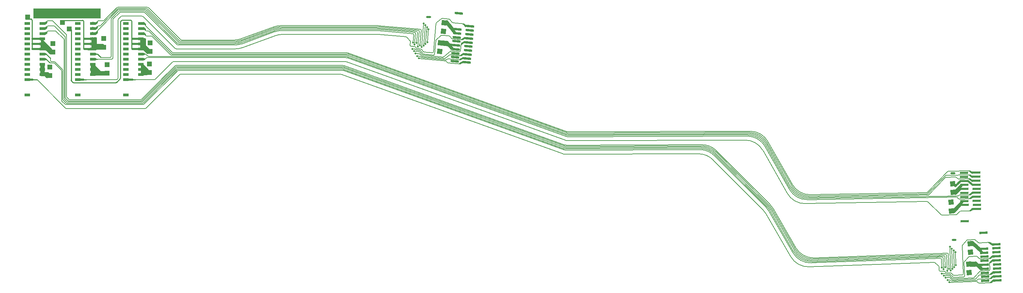
<source format=gbr>
*
G4_C Author: OrCAD GerbTool(tm) 8.1.1 Thu Jun 19 01:00:05 2003*
%LPD*%
%FSLAX34Y34*%
%MOIN*%
%AD*%
%AMD25R98*
20,1,0.025000,0.000000,-0.035000,0.000000,0.035000,98.600000*
%
%AMD10R98*
20,1,0.050000,-0.025000,0.000000,0.025000,0.000000,98.600000*
%
%AMD25R98N2*
20,1,0.025000,0.000000,-0.035000,0.000000,0.035000,98.600000*
%
%AMD10R98N2*
20,1,0.050000,-0.025000,0.000000,0.025000,0.000000,98.600000*
%
%AMD25R86*
20,1,0.025000,0.000000,-0.035000,0.000000,0.035000,86.080000*
%
%AMD10R86*
20,1,0.050000,-0.025000,0.000000,0.025000,0.000000,86.080000*
%
%AMD16R5*
20,1,0.025000,-0.035000,0.000000,0.035000,0.000000,5.450000*
%
%AMD10R5*
20,1,0.050000,-0.025000,0.000000,0.025000,0.000000,5.450000*
%
%AMD16R5N2*
20,1,0.025000,-0.035000,0.000000,0.035000,0.000000,5.450000*
%
%AMD10R5N2*
20,1,0.050000,-0.025000,0.000000,0.025000,0.000000,5.450000*
%
%AMD32R3*
20,1,0.025000,0.034920,-0.002390,-0.034920,0.002390,3.950000*
%
%AMD33R3*
20,1,0.050000,-0.001710,-0.024940,0.001710,0.024940,3.950000*
%
%AMD32R3N2*
20,1,0.025000,0.034920,-0.002390,-0.034920,0.002390,3.910000*
%
%AMD33R3N2*
20,1,0.050000,-0.001710,-0.024940,0.001710,0.024940,3.910000*
%
%AMD32R3N3*
20,1,0.025000,0.034920,-0.002390,-0.034920,0.002390,3.920000*
%
%AMD33R3N3*
20,1,0.050000,-0.001710,-0.024940,0.001710,0.024940,3.920000*
%
%AMD29R85*
20,1,0.022000,0.000000,-0.040000,0.000000,0.040000,85.000000*
%
%AMD54R85*
20,1,0.050000,-0.025000,0.000000,0.025000,0.000000,85.000000*
%
%AMD29R92*
20,1,0.022000,0.000000,-0.040000,0.000000,0.040000,92.400000*
%
%AMD54R92*
20,1,0.050000,-0.025000,0.000000,0.025000,0.000000,92.400000*
%
%AMD29R91*
20,1,0.022000,0.000000,-0.040000,0.000000,0.040000,91.300000*
%
%AMD54R91*
20,1,0.050000,-0.025000,0.000000,0.025000,0.000000,91.300000*
%
%AMD29R85N2*
20,1,0.022000,0.000000,-0.040000,0.000000,0.040000,85.000000*
%
%AMD54R85N2*
20,1,0.050000,-0.025000,0.000000,0.025000,0.000000,85.000000*
%
%AMD29R91N2*
20,1,0.022000,0.000000,-0.040000,0.000000,0.040000,91.000000*
%
%AMD54R91N2*
20,1,0.050000,-0.025000,0.000000,0.025000,0.000000,91.000000*
%
%AMD29R92N2*
20,1,0.022000,0.000000,-0.040000,0.000000,0.040000,92.000000*
%
%AMD54R92N2*
20,1,0.050000,-0.025000,0.000000,0.025000,0.000000,92.000000*
%
%ADD10R,0.050000X0.050000*%
%ADD11C,0.006000*%
%ADD12C,0.019000*%
%ADD13C,0.007900*%
%ADD14C,0.005000*%
%ADD15C,0.000800*%
%ADD16R,0.070000X0.025000*%
%ADD17R,0.068000X0.023000*%
%ADD18C,0.006000*%
%ADD19C,0.009800*%
%ADD20C,0.010000*%
%ADD21C,0.030000*%
%ADD22C,0.060000*%
%ADD23C,0.035000*%
%ADD24C,0.055000*%
%ADD25R,0.025000X0.070000*%
%ADD26C,0.010000*%
%ADD27R,0.029000X0.058000*%
%ADD28R,0.031000X0.060000*%
%ADD29R,0.022000X0.080000*%
%ADD30R,0.024000X0.082000*%
%ADD31D10R98N2*%
%ADD32D25R86*%
%ADD33D10R86*%
%ADD34D16R5*%
%ADD35D10R5*%
%ADD36D16R5N2*%
%ADD37D10R5N2*%
%ADD38D25R98N2*%
%ADD39D10R98N2*%
%ADD40D25R86*%
%ADD41D10R86*%
%ADD42D16R5*%
%ADD43D10R5*%
%ADD44D16R5N2*%
%ADD45D10R5N2*%
%ADD46D32R3*%
%ADD47D33R3*%
%ADD48R,0.070000X0.025000*%
%ADD49D33R3N2*%
%ADD50C,0.011000*%
%ADD51C,0.036000*%
%ADD52C,0.015000*%
%ADD53R,0.070000X0.025000*%
%ADD54R,0.050000X0.050000*%
%ADD55C,0.010000*%
%ADD56C,0.010000*%
%ADD57D29R85*%
%ADD58D54R85*%
%ADD59D29R92*%
%ADD60D54R92*%
%ADD61D29R91*%
%ADD62D54R91*%
%ADD63D29R85N2*%
%ADD64D54R85N2*%
%ADD65D29R91N2*%
%ADD66D54R91N2*%
%ADD67D29R92N2*%
%ADD68D54R92N2*%
%ADD256R,0.058000X0.029000*%
G4_C OrCAD GerbTool Tool List *
G4_D50 1 0.0110 T 0 0*
G4_D51 3 0.0360 T 0 0*
G4_D52 2 0.0150 T 0 0*
G54D20*
G1X11832Y35867D2*
G1X12081Y35866D1*
G1X11831Y35367D2*
G1X12081Y35367D1*
G1X11606Y35367D2*
G54D11*
G1X12219Y35367D1*
G75*
G3X12289Y35395I0J100D1*
G74*
G1X12937Y37596D2*
G75*
G3X12866Y37626I-71J-71D1*
G74*
G1X15361Y34341D2*
G1X13894Y32874D1*
G1X13258Y33396D2*
G75*
G2X13189Y33367I-71J71D1*
G74*
G1X12069Y35867D2*
G1X11606Y35867D1*
G1X12500Y35956D2*
G54D12*
G1X11892Y36564D1*
G1X12498Y36170D2*
G1X11890Y36777D1*
G1X12611Y36250D2*
G1X12003Y36858D1*
G1X11892Y36423D2*
G1X11892Y37283D1*
G1X12082Y36476D2*
G1X12081Y37336D1*
G1X12239Y36476D2*
G1X12239Y37336D1*
G1X11369Y36868D2*
G1X12229Y36868D1*
G1X12815Y36091D2*
G1X12207Y36700D1*
G1X12526Y34292D2*
G1X11918Y34900D1*
G1X12562Y34101D2*
G1X11954Y34709D1*
G1X11954Y33895D2*
G1X11953Y34755D1*
G1X12457Y34018D2*
G1X12107Y34018D1*
G1X12426Y34144D2*
G1X12076Y34144D1*
G1X12414Y34331D2*
G1X12064Y34331D1*
G1X12396Y34414D2*
G1X12046Y34415D1*
G1X6230Y33367D2*
G1X5680Y33367D1*
G1X6527Y33366D2*
G54D20*
G1X6130Y33366D1*
G1X1595Y40063D2*
G54D10*
G1X7669Y40063D1*
G1X7669Y39606D2*
G1X1595Y39606D1*
G1X5253Y33068D2*
G75*
G54D19*
G2X5183Y33097I0J100D1*
G74*
G1X5064Y33216D1*
G75*
G2X5034Y33287I71J71D1*
G74*
G54D54*
G1X4178Y38970D3*
G1X5034Y33287D2*
G54D19*
G1X5034Y38268D1*
G54D54*
G1X4835Y38321D3*
G1X11329Y33368D2*
G54D20*
G1X10932Y33368D1*
G1X11031Y33368D2*
G54D12*
G1X10482Y33368D1*
G1X9542Y33397D2*
G75*
G54D11*
G2X9471Y33368I-71J71D1*
G74*
G1X9600Y33455D2*
G75*
G3X9629Y33525I-71J71D1*
G74*
G1X9629Y39226D1*
G75*
G2X9658Y39297I100J0D1*
G74*
G1X10028Y39176D2*
G75*
G54D19*
G3X9957Y39147I0J-100D1*
G74*
G1X9882Y39071D1*
G1X9853Y39000D2*
G75*
G2X9882Y39071I100J0D1*
G74*
G1X9853Y33508D2*
G1X9853Y39000D1*
G1X9823Y33438D2*
G75*
G3X9853Y33508I-71J71D1*
G74*
G1X9484Y33098D2*
G75*
G2X9413Y33069I-71J71D1*
G74*
G1X7096Y38762D2*
G54D11*
G1X7226Y38867D1*
G1X7097Y38974D1*
G1X7101Y38868D2*
G1X7226Y38867D1*
G1X7095Y38262D2*
G1X7225Y38368D1*
G1X7096Y38474D1*
G1X7100Y38368D2*
G1X7225Y38368D1*
G1X7098Y38973D2*
G1X7222Y38972D1*
G1X7098Y38956D2*
G1X7098Y38801D1*
G1X7229Y38867D2*
G1X7100Y38973D1*
G1X7104Y38867D2*
G1X7229Y38867D1*
G1X7230Y38867D2*
G1X7100Y38760D1*
G1X7082Y38473D2*
G1X7207Y38473D1*
G1X7103Y38368D2*
G1X7228Y38368D1*
G1X7098Y38457D2*
G1X7098Y38303D1*
G1X7098Y38262D2*
G1X7228Y38368D1*
G1X7226Y38368D2*
G1X7097Y38474D1*
G1X7106Y38867D2*
G1X7230Y38867D1*
G1X7098Y37763D2*
G1X7228Y37869D1*
G1X7058Y37974D2*
G1X7183Y37974D1*
G1X7103Y37869D2*
G1X7228Y37869D1*
G1X7098Y37974D1*
G1X7228Y37869D2*
G1X7103Y37869D1*
G1X7030Y35867D2*
G54D20*
G1X7280Y35867D1*
G1X6601Y36868D2*
G54D12*
G1X7461Y36868D1*
G1X7220Y36336D2*
G1X6696Y36336D1*
G1X7111Y36393D2*
G1X7112Y36852D1*
G1X7736Y33970D2*
G1X7062Y33970D1*
G1X7171Y33865D2*
G1X7172Y34324D1*
G1X7279Y36372D2*
G1X7280Y36831D1*
G1X7107Y36948D2*
G1X7108Y37407D1*
G1X7297Y36951D2*
G1X7297Y37410D1*
G1X7108Y37458D2*
G54D20*
G1X7358Y37458D1*
G1X7460Y36952D2*
G54D12*
G1X7459Y37411D1*
G1X7225Y37454D2*
G54D20*
G1X7475Y37454D1*
G1X8458Y33909D2*
G54D12*
G1X7782Y33909D1*
G1X8391Y34096D2*
G1X7716Y34096D1*
G1X7059Y33857D2*
G1X7059Y34316D1*
G1X7855Y34109D2*
G1X7065Y34899D1*
G1X7865Y33875D2*
G1X7075Y34666D1*
G1X7747Y33838D2*
G1X7073Y33838D1*
G1X8355Y33838D2*
G1X7679Y33838D1*
G1X7776Y34094D2*
G1X7100Y34094D1*
G1X7325Y34022D2*
G1X7324Y34481D1*
G1X7155Y34245D2*
G1X7156Y34704D1*
G1X7060Y34310D2*
G1X7060Y34769D1*
G1X6850Y36366D2*
G1X6300Y36366D1*
G1X6847Y36866D2*
G1X6297Y36866D1*
G1X6847Y37368D2*
G1X6297Y37368D1*
G1X1281Y33368D2*
G1X731Y33368D1*
G54D54*
G1X784Y39501D3*
G1X589Y39303D2*
G54D19*
G1X1100Y39303D1*
G75*
G2X1200Y39203I0J-100D1*
G74*
G1X1200Y36366D1*
G1X2081Y35868D2*
G54D20*
G1X2332Y35868D1*
G1X2081Y35368D2*
G1X2331Y35368D1*
G1X2001Y37379D2*
G54D12*
G1X3085Y36294D1*
G1X2162Y36393D2*
G1X2162Y36852D1*
G1X2169Y36741D2*
G1X2168Y37200D1*
G1X2775Y33786D2*
G1X2099Y33787D1*
G1X2787Y33971D2*
G1X2112Y33971D1*
G1X14979Y35988D2*
G75*
G54D11*
G2X14909Y36017I0J100D1*
G74*
G1X14837Y35897D2*
G75*
G3X14907Y35868I71J71D1*
G74*
G1X14826Y35748D2*
G75*
G2X14756Y35777I0J100D1*
G74*
G1X14961Y35099D2*
G1X13258Y33396D1*
G1X15031Y35128D2*
G75*
G3X14961Y35099I0J-100D1*
G74*
G1X15202Y34719D2*
G1X13855Y33373D1*
G1X15272Y34748D2*
G75*
G3X15202Y34719I0J-100D1*
G74*
G1X15260Y34599D2*
G75*
G2X15330Y34628I71J-71D1*
G74*
G1X15387Y34508D2*
G75*
G3X15317Y34479I0J-100D1*
G74*
G1X15379Y34359D2*
G75*
G2X15449Y34388I71J-71D1*
G74*
G1X15454Y34239D2*
G1X14045Y32828D1*
G1X15525Y34268D2*
G75*
G3X15454Y34239I0J-100D1*
G74*
G1X15650Y33859D2*
G75*
G2X15720Y33888I71J-71D1*
G74*
G1X12154Y30938D2*
G1X15364Y34151D1*
G1X12084Y30909D2*
G75*
G3X12154Y30938I0J100D1*
G74*
G1X15379Y34359D2*
G1X12080Y31058D1*
G75*
G2X12010Y31029I-71J71D1*
G74*
G1X12017Y31178D2*
G1X15317Y34479D1*
G1X11947Y31149D2*
G75*
G3X12017Y31178I0J100D1*
G74*
G1X15260Y34599D2*
G1X11960Y31298D1*
G75*
G2X11890Y31269I-71J71D1*
G74*
G1X11902Y31418D2*
G1X15033Y34550D1*
G1X11832Y31389D2*
G75*
G3X11902Y31418I0J100D1*
G74*
G1X9915Y39554D2*
G1X9658Y39297D1*
G1X9985Y39583D2*
G75*
G3X9915Y39554I0J-100D1*
G74*
G1X9763Y39936D2*
G75*
G2X9833Y39965I71J-71D1*
G74*
G1X9691Y40056D2*
G75*
G2X9761Y40085I71J-71D1*
G74*
G1X9627Y40176D2*
G75*
G2X9697Y40205I71J-71D1*
G74*
G1X9570Y40296D2*
G75*
G2X9640Y40325I71J-71D1*
G74*
G1X9513Y40416D2*
G75*
G2X9583Y40445I71J-71D1*
G74*
G1X9513Y40416D2*
G1X8253Y39156D1*
G1X6220Y33367D2*
G1X9471Y33367D1*
G1X9541Y33396D2*
G1X9600Y33455D1*
G1X9471Y33367D2*
G75*
G3X9541Y33396I0J100D1*
G74*
G1X9823Y33438D2*
G54D19*
G1X9483Y33097D1*
G1X9413Y33068D2*
G1X5253Y33068D1*
G1X9483Y33097D2*
G75*
G2X9413Y33068I-71J71D1*
G74*
G1X11832Y31389D2*
G54D11*
G1X4883Y31389D1*
G75*
G2X4813Y31418I0J100D1*
G74*
G1X4784Y31269D2*
G1X11890Y31269D1*
G1X4713Y31298D2*
G75*
G3X4784Y31269I71J71D1*
G74*
G1X11947Y31149D2*
G1X4687Y31149D1*
G75*
G2X4617Y31178I0J100D1*
G74*
G1X4611Y31029D2*
G1X12010Y31029D1*
G1X4541Y31058D2*
G75*
G3X4611Y31029I71J71D1*
G74*
G1X12084Y30909D2*
G1X4512Y30909D1*
G75*
G2X4442Y30938I0J100D1*
G74*
G1X4128Y31252D1*
G75*
G2X4099Y31322I71J71D1*
G74*
G1X4541Y31058D2*
G1X4248Y31351D1*
G75*
G2X4219Y31421I71J71D1*
G74*
G1X4617Y31178D2*
G1X4368Y31427D1*
G75*
G2X4339Y31497I71J71D1*
G74*
G1X4713Y31298D2*
G1X4488Y31525D1*
G75*
G2X4459Y31595I71J71D1*
G74*
G1X4813Y31418D2*
G1X4613Y31618D1*
G75*
G2X4584Y31688I71J71D1*
G74*
G1X4099Y34226D2*
G1X4099Y31322D1*
G1X4070Y34296D2*
G75*
G2X4099Y34226I-71J-71D1*
G74*
G1X4219Y31421D2*
G1X4219Y34276D1*
G75*
G3X4190Y34346I-100J0D1*
G74*
G1X3461Y35076D1*
G1X3390Y35105D2*
G75*
G2X3461Y35076I0J-100D1*
G74*
G1X4339Y31497D2*
G1X4339Y37272D1*
G75*
G3X4310Y37342I-100J0D1*
G74*
G1X4459Y37493D2*
G1X4459Y31595D1*
G1X4430Y37563D2*
G75*
G2X4459Y37493I-71J-71D1*
G74*
G1X4584Y31688D2*
G1X4584Y37725D1*
G75*
G3X4555Y37795I-100J0D1*
G74*
G1X4310Y37342D2*
G1X3558Y38094D1*
G75*
G3X3488Y38123I-71J-71D1*
G74*
G1X3397Y38594D2*
G1X4430Y37563D1*
G1X3327Y38623D2*
G75*
G2X3397Y38594I0J-100D1*
G74*
G1X4555Y37795D2*
G1X3251Y39099D1*
G75*
G3X3181Y39128I-71J-71D1*
G74*
G1X1181Y33367D2*
G54D20*
G1X1678Y33367D1*
G1X11648Y36366D2*
G54D12*
G1X10998Y36366D1*
G1X11646Y36867D2*
G1X10997Y36867D1*
G1X11648Y37366D2*
G1X10999Y37366D1*
G1X13189Y33367D2*
G54D11*
G1X11328Y33367D1*
G1X6251Y36366D2*
G54D19*
G1X6251Y39070D1*
G1X6151Y39170D2*
G1X4150Y39170D1*
G1X6251Y39070D2*
G75*
G3X6151Y39170I-100J0D1*
G74*
G1X4478Y30558D2*
G54D11*
G1X1698Y33339D1*
G1X4548Y30529D2*
G75*
G2X4478Y30558I0J100D1*
G74*
G1X4548Y30529D2*
G1X12279Y30529D1*
G1X12349Y30558D2*
G1X15650Y33859D1*
G1X12279Y30529D2*
G75*
G3X12349Y30558I0J100D1*
G74*
G1X12289Y35395D2*
G1X12371Y35478D1*
G1X12371Y35478D2*
G75*
G2X12442Y35508I71J-70D1*
G74*
G54D256*
G1X11840Y33865D3*
G1X11841Y34366D3*
G1X11839Y34866D3*
G1X11839Y35366D3*
G1X11840Y35865D3*
G1X11840Y36365D3*
G1X11840Y36865D3*
G1X11839Y37366D3*
G1X11839Y37866D3*
G1X11839Y38367D3*
G1X11840Y38867D3*
G1X10371Y38868D3*
G1X10370Y38368D3*
G1X10369Y37867D3*
G1X10369Y37368D3*
G1X10369Y36868D3*
G1X10369Y36367D3*
G1X10370Y35867D3*
G1X10370Y35368D3*
G1X10369Y34867D3*
G1X10370Y34368D3*
G1X10369Y33868D3*
G1X10370Y33368D3*
G1X10368Y31868D3*
G1X12183Y37762D2*
G54D11*
G1X12309Y37763D1*
G1X12123Y37973D2*
G1X12253Y37866D1*
G1X12176Y37823D2*
G1X12302Y37823D1*
G1X12083Y37762D2*
G1X12208Y37762D1*
G1X12179Y37790D2*
G1X12305Y37790D1*
G1X12178Y37821D2*
G1X12308Y37715D1*
G1X12180Y37813D2*
G1X12181Y37921D1*
G1X12128Y37867D2*
G1X12253Y37866D1*
G1X12219Y37867D2*
G75*
G2X12319Y37767I0J-100D1*
G74*
G1X12319Y37712D1*
G1X12253Y37866D2*
G1X12123Y37761D1*
G1X12253Y37866D2*
G1X12129Y37867D1*
G1X12319Y37726D2*
G1X12319Y37670D1*
G1X12342Y37648D2*
G1X12143Y37809D1*
G1X12404Y37626D2*
G75*
G2X12342Y37648I0J101D1*
G74*
G1X12122Y38474D2*
G1X12251Y38367D1*
G1X12121Y38261D1*
G1X12141Y38291D2*
G1X12142Y38445D1*
G1X12179Y38313D2*
G1X12178Y38422D1*
G1X12126Y38368D2*
G1X12251Y38367D1*
G1X12108Y38262D2*
G1X12233Y38263D1*
G1X12182Y38314D2*
G1X12181Y38422D1*
G1X12129Y38368D2*
G1X12254Y38368D1*
G1X12173Y38288D2*
G1X12299Y38288D1*
G1X12125Y38474D2*
G1X12254Y38368D1*
G1X12320Y38268D2*
G1X12320Y38213D1*
G1X12179Y38313D2*
G1X12308Y38208D1*
G1X12144Y38291D2*
G1X12145Y38444D1*
G1X12220Y38367D2*
G75*
G2X12320Y38268I0J-100D1*
G74*
G1X12169Y38323D2*
G1X12294Y38323D1*
G1X12252Y38368D2*
G1X12122Y38261D1*
G1X12321Y38224D2*
G1X12321Y38169D1*
G1X12187Y38341D2*
G1X12317Y38235D1*
G1X12161Y38296D2*
G1X12351Y38142D1*
G75*
G3X12415Y38119I63J79D1*
G74*
G1X12122Y38973D2*
G1X12252Y38867D1*
G1X12122Y38761D1*
G1X12180Y38813D2*
G1X12179Y38921D1*
G1X12128Y38867D2*
G1X12252Y38867D1*
G1X12123Y38762D2*
G1X12248Y38762D1*
G1X12184Y38814D2*
G1X12183Y38922D1*
G1X12162Y38821D2*
G1X12287Y38822D1*
G1X12166Y38783D2*
G1X12290Y38783D1*
G1X12319Y38711D2*
G1X12189Y38817D1*
G1X12221Y38868D2*
G75*
G2X12321Y38768I0J-100D1*
G74*
G1X12194Y38809D2*
G1X12322Y38680D1*
G1X12255Y38868D2*
G1X12125Y38762D1*
G1X12131Y38867D2*
G1X12255Y38868D1*
G1X12256Y38868D2*
G1X12126Y38973D1*
G1X12312Y38752D2*
G1X12182Y38858D1*
G1X12323Y38715D2*
G1X12322Y38660D1*
G1X12297Y38777D2*
G1X12168Y38883D1*
G1X12132Y38867D2*
G1X12256Y38868D1*
G1X14909Y36017D2*
G1X12350Y38575D1*
G1X12321Y38646D2*
G1X12321Y38768D1*
G1X12350Y38575D2*
G75*
G2X12321Y38646I71J71D1*
G74*
G1X12139Y38794D2*
G1X12139Y38917D1*
G1X12323Y38654D2*
G1X12144Y38799D1*
G1X14837Y35897D2*
G1X12645Y38090D1*
G1X12575Y38119D2*
G1X12415Y38119D1*
G1X12645Y38090D2*
G75*
G3X12575Y38119I-71J-71D1*
G74*
G1X14756Y35777D2*
G1X12936Y37597D1*
G1X12866Y37626D2*
G1X12404Y37626D1*
G1X12936Y37597D2*
G75*
G3X12866Y37626I-71J-71D1*
G74*
G1X12036Y37910D2*
G1X12162Y37910D1*
G1X12163Y35368D2*
G54D12*
G1X11813Y35368D1*
G1X12188Y35859D2*
G1X11838Y35859D1*
G1X10950Y36367D2*
G54D19*
G1X10950Y39076D1*
G1X10850Y39176D2*
G1X10028Y39176D1*
G1X10950Y39076D2*
G75*
G3X10850Y39176I-100J0D1*
G74*
G1X12291Y35855D2*
G54D11*
G1X12166Y35855D1*
G1X12361Y35826D2*
G75*
G3X12291Y35855I-70J-71D1*
G74*
G1X12533Y35657D2*
G1X12361Y35826D1*
G1X12603Y35628D2*
G75*
G2X12533Y35657I0J100D1*
G74*
G1X11686Y33893D2*
G54D12*
G1X12446Y33893D1*
G1X11595Y36339D2*
G1X12365Y36339D1*
G1X12238Y37337D2*
G1X11722Y37337D1*
G54D54*
G1X12678Y34047D3*
G1X12677Y34887D3*
G1X12755Y36111D3*
G1X12754Y36951D3*
G54D256*
G1X7151Y33866D3*
G1X7152Y34367D3*
G1X7150Y34867D3*
G1X7150Y35367D3*
G1X7151Y35866D3*
G1X7151Y36366D3*
G1X7151Y36866D3*
G1X7150Y37367D3*
G1X5682Y38868D3*
G1X5681Y38368D3*
G1X5680Y37867D3*
G1X5680Y37368D3*
G1X5680Y36868D3*
G1X5680Y36367D3*
G1X5681Y35867D3*
G1X5681Y35368D3*
G1X5680Y34867D3*
G1X5681Y34368D3*
G1X5680Y33868D3*
G1X5681Y33368D3*
G1X5679Y31868D3*
G1X7436Y38945D2*
G54D11*
G1X7435Y38791D1*
G1X7472Y38921D2*
G1X7473Y38814D1*
G1X7434Y38445D2*
G1X7434Y38290D1*
G1X7471Y38422D2*
G1X7471Y38314D1*
G1X7648Y39104D2*
G1X7470Y38958D1*
G1X7711Y39127D2*
G75*
G3X7648Y39104I0J-101D1*
G74*
G1X7476Y38921D2*
G1X7477Y38813D1*
G1X7455Y38913D2*
G1X7580Y38913D1*
G1X7458Y38952D2*
G1X7583Y38952D1*
G1X7613Y39024D2*
G1X7483Y38918D1*
G1X7615Y38967D2*
G1X7614Y39026D1*
G1X7514Y38867D2*
G75*
G3X7615Y38967I0J100D1*
G74*
G1X7487Y38925D2*
G1X7616Y39055D1*
G1X7440Y38944D2*
G1X7439Y38790D1*
G1X7605Y38983D2*
G1X7475Y38877D1*
G1X7615Y39019D2*
G1X7615Y39075D1*
G1X7590Y38958D2*
G1X7460Y38851D1*
G1X7475Y38421D2*
G1X7474Y38314D1*
G1X7467Y38448D2*
G1X7591Y38447D1*
G1X7614Y38468D2*
G1X7613Y38523D1*
G1X7471Y38422D2*
G1X7602Y38527D1*
G1X7437Y38445D2*
G1X7437Y38291D1*
G1X7513Y38368D2*
G75*
G3X7614Y38468I0J100D1*
G74*
G1X7462Y38413D2*
G1X7587Y38413D1*
G1X7615Y38512D2*
G1X7614Y38566D1*
G1X7480Y38395D2*
G1X7610Y38501D1*
G1X7477Y37973D2*
G1X7602Y37973D1*
G1X7437Y37946D2*
G1X7438Y37791D1*
G1X7470Y37913D2*
G1X7596Y37913D1*
G1X7473Y37946D2*
G1X7598Y37946D1*
G1X7472Y37915D2*
G1X7602Y38021D1*
G1X7475Y37923D2*
G1X7474Y37815D1*
G1X7513Y37869D2*
G75*
G3X7614Y37969I0J100D1*
G74*
G1X7613Y38024D1*
G1X7454Y38440D2*
G1X7644Y38593D1*
G75*
G2X7708Y38617I64J-78D1*
G74*
G54D256*
G1X7150Y38367D3*
G1X7150Y38867D3*
G1X7150Y37866D3*
G1X7711Y39127D2*
G54D11*
G1X8181Y39127D1*
G1X8252Y39156D2*
G1X9433Y40336D1*
G1X8181Y39127D2*
G75*
G3X8252Y39156I0J100D1*
G74*
G1X9570Y40296D2*
G1X7921Y38646D1*
G1X7850Y38617D2*
G1X7708Y38617D1*
G1X7921Y38646D2*
G75*
G2X7850Y38617I-71J71D1*
G74*
G1X7613Y38010D2*
G1X7613Y38120D1*
G1X7642Y38190D2*
G1X9627Y40176D1*
G1X7613Y38120D2*
G75*
G2X7642Y38190I100J0D1*
G74*
G1X7604Y38112D2*
G1X7406Y37951D1*
G1X7591Y38056D2*
G1X7393Y37895D1*
G1X7445Y37784D2*
G1X7575Y37890D1*
G1X7413Y37756D2*
G1X7543Y37862D1*
G1X7450Y38287D2*
G1X7580Y38393D1*
G1X7410Y38254D2*
G1X7540Y38360D1*
G1X7445Y38782D2*
G1X7575Y38888D1*
G1X7416Y38757D2*
G1X7546Y38863D1*
G1X7600Y35367D2*
G54D20*
G1X7030Y35367D1*
G1X7130Y35367D2*
G54D12*
G1X7450Y35367D1*
G1X7460Y36850D2*
G1X7460Y37309D1*
G1X7460Y36808D2*
G1X7460Y36318D1*
G1X7600Y35866D2*
G54D20*
G1X7079Y35866D1*
G1X7155Y35866D2*
G54D12*
G1X7450Y35866D1*
G1X7906Y35561D2*
G54D20*
G1X7602Y35866D1*
G1X7977Y35532D2*
G75*
G54D11*
G2X7906Y35561I0J100D1*
G74*
G1X8847Y35532D2*
G1X7977Y35532D1*
G1X8947Y35632D2*
G75*
G2X8847Y35532I-100J0D1*
G74*
G1X7507Y35366D2*
G1X8997Y35366D1*
G75*
G3X9097Y35466I0J100D1*
G74*
G1X9097Y39229D1*
G1X9126Y39300D2*
G1X9763Y39936D1*
G1X9097Y39229D2*
G75*
G2X9126Y39300I100J0D1*
G74*
G1X8947Y35632D2*
G1X8947Y39271D1*
G1X8976Y39342D2*
G1X9691Y40056D1*
G1X8947Y39271D2*
G75*
G2X8976Y39342I100J0D1*
G74*
G54D54*
G1X8547Y33993D3*
G1X8546Y34833D3*
G1X8125Y36376D2*
G54D12*
G1X7555Y36376D1*
G1X8140Y36559D2*
G1X7570Y36559D1*
G1X8147Y36739D2*
G1X7577Y36739D1*
G54D54*
G1X8216Y36535D3*
G1X8215Y37375D3*
G54D256*
G1X2222Y33864D3*
G1X2223Y34365D3*
G1X2221Y34865D3*
G1X2221Y35365D3*
G1X2222Y35864D3*
G1X2222Y36364D3*
G1X2222Y36864D3*
G1X2221Y37365D3*
G1X752Y38867D3*
G1X751Y38367D3*
G1X750Y37866D3*
G1X750Y37367D3*
G1X750Y36867D3*
G1X750Y36366D3*
G1X751Y35866D3*
G1X751Y35367D3*
G1X750Y34866D3*
G1X751Y34367D3*
G1X750Y33867D3*
G1X751Y33367D3*
G1X750Y31866D3*
G1X2487Y38763D2*
G54D11*
G1X2617Y38869D1*
G1X2488Y38975D1*
G1X2507Y38946D2*
G1X2507Y38792D1*
G1X2545Y38922D2*
G1X2544Y38815D1*
G1X2492Y38869D2*
G1X2617Y38869D1*
G1X2486Y38263D2*
G1X2617Y38369D1*
G1X2486Y38474D1*
G1X2506Y38446D2*
G1X2507Y38291D1*
G1X2544Y38423D2*
G1X2543Y38315D1*
G1X2491Y38369D2*
G1X2617Y38369D1*
G1X2488Y38974D2*
G1X2613Y38974D1*
G1X2489Y38957D2*
G1X2490Y38802D1*
G1X2549Y38922D2*
G1X2548Y38813D1*
G1X2527Y38914D2*
G1X2652Y38914D1*
G1X2530Y38953D2*
G1X2656Y38953D1*
G1X2684Y39025D2*
G1X2555Y38919D1*
G1X2687Y38968D2*
G1X2687Y39027D1*
G1X2586Y38868D2*
G75*
G3X2687Y38968I0J100D1*
G74*
G1X2559Y38926D2*
G1X2688Y39056D1*
G1X2620Y38868D2*
G1X2490Y38974D1*
G1X2495Y38868D2*
G1X2620Y38868D1*
G1X2621Y38868D2*
G1X2491Y38761D1*
G1X2511Y38945D2*
G1X2511Y38791D1*
G1X2678Y38984D2*
G1X2548Y38878D1*
G1X2687Y39020D2*
G1X2687Y39076D1*
G1X2662Y38959D2*
G1X2532Y38852D1*
G1X2473Y38474D2*
G1X2598Y38474D1*
G1X2547Y38422D2*
G1X2546Y38315D1*
G1X2494Y38369D2*
G1X2619Y38369D1*
G1X2538Y38449D2*
G1X2663Y38448D1*
G1X2489Y38458D2*
G1X2490Y38304D1*
G1X2489Y38263D2*
G1X2619Y38369D1*
G1X2685Y38469D2*
G1X2685Y38524D1*
G1X2544Y38423D2*
G1X2674Y38528D1*
G1X2509Y38446D2*
G1X2510Y38292D1*
G1X2585Y38369D2*
G75*
G3X2685Y38469I0J100D1*
G74*
G1X2534Y38414D2*
G1X2660Y38414D1*
G1X2618Y38369D2*
G1X2487Y38474D1*
G1X2686Y38513D2*
G1X2686Y38568D1*
G1X2553Y38396D2*
G1X2683Y38502D1*
G1X2526Y38441D2*
G1X2656Y38547D1*
G1X2496Y38868D2*
G1X2621Y38868D1*
G1X2549Y37974D2*
G1X2675Y37974D1*
G1X2490Y37764D2*
G1X2620Y37870D1*
G1X2509Y37947D2*
G1X2510Y37792D1*
G1X2542Y37914D2*
G1X2668Y37914D1*
G1X2449Y37975D2*
G1X2574Y37975D1*
G1X2545Y37947D2*
G1X2671Y37947D1*
G1X2544Y37916D2*
G1X2674Y38022D1*
G1X2547Y37924D2*
G1X2546Y37816D1*
G1X2494Y37870D2*
G1X2620Y37870D1*
G1X2586Y37870D2*
G75*
G3X2685Y37970I0J100D1*
G74*
G1X2685Y38025D1*
G1X2620Y37870D2*
G1X2489Y37975D1*
G1X2620Y37870D2*
G1X2494Y37870D1*
G1X2684Y38011D2*
G1X2684Y38066D1*
G54D256*
G1X2221Y37865D3*
G1X2221Y38366D3*
G1X2221Y38866D3*
G1X2509Y37928D2*
G54D11*
G1X2720Y38101D1*
G1X2784Y38123D2*
G1X3488Y38123D1*
G1X2720Y38101D2*
G75*
G2X2784Y38123I63J-78D1*
G74*
G1X2585Y38488D2*
G1X2725Y38601D1*
G1X2788Y38623D2*
G1X3327Y38623D1*
G1X2725Y38601D2*
G75*
G2X2788Y38623I63J-78D1*
G74*
G1X2541Y38959D2*
G1X2720Y39106D1*
G1X2784Y39128D2*
G1X3181Y39128D1*
G1X2720Y39106D2*
G75*
G2X2784Y39128I63J-78D1*
G74*
G1X2050Y36867D2*
G54D12*
G1X1246Y36867D1*
G1X2050Y36366D2*
G1X1246Y36366D1*
G1X2050Y37367D2*
G1X1246Y37367D1*
G1X2801Y36314D2*
G1X2126Y36314D1*
G1X2842Y36499D2*
G1X2167Y36499D1*
G1X4070Y34296D2*
G54D11*
G1X3413Y34953D1*
G75*
G3X3343Y34982I-71J-71D1*
G74*
G1X2181Y35368D2*
G54D12*
G1X2561Y35368D1*
G1X2561Y35868D2*
G1X2181Y35868D1*
G1X2588Y35868D2*
G54D19*
G1X3012Y35444D1*
G1X3343Y34982D2*
G54D11*
G1X3007Y34982D1*
G1X2937Y35011D2*
G54D19*
G1X2581Y35367D1*
G1X3007Y34982D2*
G75*
G54D11*
G2X2937Y35011I0J100D1*
G74*
G1X3390Y35105D2*
G1X3126Y35105D1*
G1X3026Y35205D2*
G1X3026Y35442D1*
G1X3126Y35105D2*
G75*
G2X3026Y35205I0J100D1*
G74*
G54D54*
G1X2934Y33758D3*
G1X2933Y34598D3*
G1X3253Y36062D3*
G1X3252Y36902D3*
G1X2997Y36314D2*
G54D12*
G1X2322Y36314D1*
G1X2721Y36645D2*
G1X2171Y36645D1*
G1X2525Y36384D2*
G1X3003Y35907D1*
G1X2592Y36530D2*
G1X3069Y36053D1*
G1X2111Y33829D2*
G1X2111Y34828D1*
G1X2221Y33866D2*
G1X2221Y34828D1*
G1X2338Y33789D2*
G1X2338Y34828D1*
G1X2207Y34080D2*
G1X2684Y33603D1*
G1X15839Y37228D2*
G75*
G54D11*
G2X15698Y37287I0J200D1*
G74*
G1X15741Y37108D2*
G75*
G2X15600Y37167I0J200D1*
G74*
G1X15505Y37047D2*
G75*
G3X15646Y36988I142J142D1*
G74*
G1X15570Y36868D2*
G75*
G2X15429Y36927I0J200D1*
G74*
G1X15330Y36807D2*
G75*
G3X15471Y36748I142J142D1*
G74*
G1X15306Y36368D2*
G75*
G2X15165Y36427I0J200D1*
G74*
G1X9583Y40445D2*
G1X12465Y40445D1*
G1X12607Y40386D2*
G1X15698Y37287D1*
G1X12465Y40445D2*
G75*
G2X12607Y40386I0J-200D1*
G74*
G1X15600Y37167D2*
G1X12508Y40266D1*
G1X12366Y40325D2*
G1X9640Y40325D1*
G1X12508Y40266D2*
G75*
G3X12366Y40325I-142J-141D1*
G74*
G1X9697Y40205D2*
G1X12264Y40205D1*
G1X12406Y40146D2*
G1X15505Y37047D1*
G1X12264Y40205D2*
G75*
G2X12406Y40146I0J-200D1*
G74*
G1X15429Y36927D2*
G1X12330Y40026D1*
G1X12188Y40085D2*
G1X9761Y40085D1*
G1X12330Y40026D2*
G75*
G3X12188Y40085I-142J-142D1*
G74*
G1X15330Y36807D2*
G1X12231Y39906D1*
G1X12089Y39965D2*
G1X9833Y39965D1*
G1X12231Y39906D2*
G75*
G3X12089Y39965I-142J-142D1*
G74*
G1X9985Y39583D2*
G1X11928Y39583D1*
G1X12069Y39524D2*
G1X15165Y36427D1*
G1X11928Y39583D2*
G75*
G2X12069Y39524I0J-200D1*
G74*
G1X72628Y20612D2*
G75*
G2X72945Y20197I-1413J-1409D1*
G74*
G1X72932Y20845D2*
G75*
G2X73250Y20430I-1413J-1409D1*
G74*
G1X73346Y20504D2*
G75*
G3X73028Y20919I-1720J-988D1*
G74*
G1X73125Y20991D2*
G75*
G2X73442Y20577I-1413J-1409D1*
G74*
G1X73538Y20650D2*
G75*
G3X73221Y21065I-1720J-988D1*
G74*
G1X73317Y21139D2*
G75*
G2X73634Y20724I-1413J-1409D1*
G74*
G1X73129Y27284D2*
G75*
G3X71381Y28299I-1748J-988D1*
G74*
G1X71311Y28179D2*
G75*
G2X73059Y27164I6J-1996D1*
G74*
G1X72989Y27044D2*
G75*
G3X71242Y28059I-1748J-988D1*
G74*
G1X71172Y27939D2*
G75*
G2X72919Y26924I6J-1996D1*
G74*
G1X72850Y26803D2*
G75*
G3X71102Y27818I-1748J-988D1*
G74*
G1X70882Y27436D2*
G75*
G2X72630Y26420I6J-1996D1*
G74*
G1X73317Y21139D2*
G1X68081Y26393D1*
G1X68081Y26393D2*
G75*
G3X66658Y26981I-1424J-1420D1*
G74*
G1X68032Y26273D2*
G1X73221Y21065D1*
G1X66608Y26861D2*
G75*
G2X68032Y26273I6J-2006D1*
G74*
G1X73125Y20991D2*
G1X67982Y26152D1*
G1X67982Y26152D2*
G75*
G3X66558Y26741I-1424J-1420D1*
G74*
G1X67932Y26032D2*
G1X73028Y20919D1*
G1X66509Y26620D2*
G75*
G2X67932Y26032I6J-2006D1*
G74*
G1X72932Y20845D2*
G1X67883Y25912D1*
G1X67883Y25912D2*
G75*
G3X66459Y26500I-1424J-1420D1*
G74*
G1X67757Y25500D2*
G1X72628Y20612D1*
G1X66333Y26088D2*
G75*
G2X67757Y25500I6J-2006D1*
G74*
G1X71381Y28299D2*
G1X53654Y28238D1*
G1X53654Y28238D2*
G75*
G2X53483Y28267I-2J499D1*
G74*
G1X53634Y28118D2*
G1X71311Y28179D1*
G1X53463Y28147D2*
G75*
G3X53634Y28118I171J475D1*
G74*
G1X71242Y28059D2*
G1X53614Y27998D1*
G1X53614Y27998D2*
G75*
G2X53443Y28027I-2J499D1*
G74*
G1X53592Y27877D2*
G1X71172Y27939D1*
G1X53421Y27907D2*
G75*
G3X53592Y27877I171J475D1*
G74*
G1X71102Y27818D2*
G1X53571Y27757D1*
G1X53571Y27757D2*
G75*
G2X53400Y27787I-2J499D1*
G74*
G1X53505Y27375D2*
G1X70882Y27436D1*
G1X53334Y27405D2*
G75*
G3X53505Y27375I171J475D1*
G74*
G1X66658Y26981D2*
G1X53429Y26935D1*
G1X53429Y26935D2*
G75*
G2X53258Y26965I-2J499D1*
G74*
G1X53408Y26815D2*
G1X66608Y26861D1*
G1X53237Y26844D2*
G75*
G3X53408Y26815I171J475D1*
G74*
G1X66558Y26741D2*
G1X53388Y26695D1*
G1X53388Y26695D2*
G75*
G2X53217Y26724I-2J499D1*
G74*
G1X53367Y26575D2*
G1X66509Y26620D1*
G1X53196Y26604D2*
G75*
G3X53367Y26575I171J475D1*
G74*
G1X66459Y26500D2*
G1X53347Y26455D1*
G1X53347Y26455D2*
G75*
G2X53176Y26484I-2J499D1*
G74*
G1X53276Y26042D2*
G1X66333Y26088D1*
G1X53105Y26072D2*
G75*
G3X53276Y26042I171J475D1*
G74*
G1X15720Y33888D2*
G1X31306Y33888D1*
G1X31475Y33859D2*
G1X53105Y26072D1*
G1X31306Y33888D2*
G75*
G2X31475Y33859I0J-498D1*
G74*
G1X53176Y26484D2*
G1X31636Y34239D1*
G1X31467Y34268D2*
G1X15525Y34268D1*
G1X31636Y34239D2*
G75*
G3X31467Y34268I-169J-470D1*
G74*
G1X15449Y34388D2*
G1X31488Y34388D1*
G1X31657Y34359D2*
G1X53196Y26604D1*
G1X31488Y34388D2*
G75*
G2X31657Y34359I0J-498D1*
G74*
G1X53217Y26724D2*
G1X31678Y34479D1*
G1X31508Y34508D2*
G1X15387Y34508D1*
G1X31678Y34479D2*
G75*
G3X31508Y34508I-169J-470D1*
G74*
G1X15330Y34628D2*
G1X31530Y34628D1*
G1X31699Y34599D2*
G1X53237Y26844D1*
G1X31530Y34628D2*
G75*
G2X31699Y34599I0J-498D1*
G74*
G1X53258Y26965D2*
G1X31720Y34719D1*
G1X31550Y34748D2*
G1X15272Y34748D1*
G1X31720Y34719D2*
G75*
G3X31550Y34748I-169J-470D1*
G74*
G1X15031Y35128D2*
G1X31794Y35128D1*
G1X31963Y35099D2*
G1X53334Y27405D1*
G1X31794Y35128D2*
G75*
G2X31963Y35099I0J-498D1*
G74*
G1X53400Y27787D2*
G1X32036Y35479D1*
G1X31866Y35508D2*
G1X12442Y35508D1*
G1X32036Y35479D2*
G75*
G3X31866Y35508I-169J-470D1*
G74*
G1X12603Y35628D2*
G1X31887Y35628D1*
G1X32057Y35599D2*
G1X53421Y27907D1*
G1X31887Y35628D2*
G75*
G2X32057Y35599I0J-498D1*
G74*
G1X53443Y28027D2*
G1X32077Y35719D1*
G1X31908Y35748D2*
G1X14826Y35748D1*
G1X32077Y35719D2*
G75*
G3X31908Y35748I-169J-470D1*
G74*
G1X14907Y35868D2*
G1X31929Y35868D1*
G1X32099Y35839D2*
G1X53463Y28147D1*
G1X31929Y35868D2*
G75*
G2X32099Y35839I0J-498D1*
G74*
G1X53483Y28267D2*
G1X32120Y35959D1*
G1X31950Y35988D2*
G1X14979Y35988D1*
G1X32120Y35959D2*
G75*
G3X31950Y35988I-169J-470D1*
G74*
G1X24996Y37665D2*
G75*
G2X25680Y37785I684J-1880D1*
G74*
G1X25613Y38165D2*
G75*
G3X24929Y38045I0J-2012D1*
G74*
G1X24908Y38165D2*
G75*
G2X25592Y38285I684J-1880D1*
G74*
G1X25571Y38405D2*
G75*
G3X24887Y38285I0J-2012D1*
G74*
G1X24866Y38405D2*
G75*
G2X25550Y38525I684J-1880D1*
G74*
G1X25529Y38645D2*
G75*
G3X24845Y38525I0J-2012D1*
G74*
G1X15839Y37228D2*
G1X20931Y37228D1*
G1X21615Y37349D2*
G1X24845Y38525D1*
G1X20931Y37228D2*
G75*
G3X21615Y37349I0J2012D1*
G74*
G1X24866Y38405D2*
G1X21636Y37229D1*
G1X20952Y37108D2*
G1X15741Y37108D1*
G1X21636Y37229D2*
G75*
G2X20952Y37108I-684J1880D1*
G74*
G1X15646Y36988D2*
G1X20973Y36988D1*
G1X21657Y37109D2*
G1X24887Y38285D1*
G1X20973Y36988D2*
G75*
G3X21657Y37109I0J2012D1*
G74*
G1X24908Y38165D2*
G1X21678Y36989D1*
G1X20994Y36868D2*
G1X15570Y36868D1*
G1X21678Y36989D2*
G75*
G2X20994Y36868I-684J1880D1*
G74*
G1X15471Y36748D2*
G1X21015Y36748D1*
G1X21699Y36869D2*
G1X24929Y38045D1*
G1X21015Y36748D2*
G75*
G3X21699Y36869I0J2012D1*
G74*
G1X24996Y37665D2*
G1X21766Y36489D1*
G1X21082Y36368D2*
G1X15306Y36368D1*
G1X21766Y36489D2*
G75*
G2X21082Y36368I-684J1880D1*
G74*
G1X38505Y37758D2*
G75*
G3X38414Y37866I-100J9D1*
G74*
G54D12*
G1X38929Y36576D3*
G1X39007Y35493D2*
G54D11*
G1X39003Y35441D1*
G1X37844Y37504D2*
G75*
G3X37776Y37539I-77J-65D1*
G74*
G1X38166Y37120D2*
G1X37844Y37504D1*
G1X38189Y37047D2*
G75*
G3X38166Y37120I-100J9D1*
G74*
G54D12*
G1X39003Y35440D3*
G1X42313Y38385D2*
G1X42043Y38707D1*
G1X42098Y38647D2*
G1X41828Y38969D1*
G1X42008Y38758D2*
G1X41738Y39080D1*
G1X42014Y38498D2*
G1X41744Y38820D1*
G1X42256Y38211D2*
G1X41986Y38533D1*
G1X42530Y37982D2*
G1X42260Y38304D1*
G1X42460Y37968D2*
G1X42190Y38290D1*
G1X42306Y36431D2*
G1X42036Y36752D1*
G1X42222Y36419D2*
G1X41952Y36741D1*
G1X42236Y36424D2*
G1X41966Y36745D1*
G1X42036Y36649D2*
G1X41766Y36971D1*
G1X41863Y35001D2*
G75*
G54D11*
G2X41795Y35036I9J100D1*
G74*
G1X42038Y35780D2*
G75*
G3X41965Y35757I-9J-100D1*
G74*
G1X42101Y36138D2*
G75*
G2X42175Y36161I65J-77D1*
G74*
G1X42273Y37342D2*
G1X42982Y37280D1*
G1X42205Y37377D2*
G75*
G3X42273Y37342I77J65D1*
G74*
G1X42175Y36161D2*
G1X42969Y36092D1*
G75*
G3X43077Y36182I9J100D1*
G74*
G1X42351Y38916D2*
G75*
G2X42282Y38952I9J100D1*
G74*
G1X41282Y37700D2*
G1X41946Y37642D1*
G1X42014Y37606D2*
G1X42205Y37377D1*
G1X41946Y37642D2*
G75*
G2X42014Y37606I-9J-99D1*
G74*
G1X42282Y38952D2*
G1X42029Y39254D1*
G75*
G3X41962Y39290I-77J-65D1*
G74*
G1X40438Y35769D2*
G75*
G3X40546Y35860I9J100D1*
G74*
G1X41194Y37678D2*
G75*
G2X41268Y37701I65J-76D1*
G74*
G1X40546Y35860D2*
G1X40663Y37191D1*
G1X40698Y37258D2*
G1X41194Y37678D1*
G1X40663Y37191D2*
G75*
G2X40698Y37258I100J-9D1*
G74*
G1X41712Y37045D2*
G54D12*
G1X41294Y37081D1*
G1X42063Y36720D2*
G1X41793Y37042D1*
G1X41579Y36963D2*
G1X41161Y37000D1*
G1X42396Y36739D2*
G1X41978Y36776D1*
G1X39479Y38867D2*
G54D11*
G1X39436Y38369D1*
G1X39798Y38488D2*
G1X39754Y37990D1*
G1X39450Y38519D2*
G1X39277Y36544D1*
G1X39799Y38489D2*
G1X39656Y36862D1*
G54D12*
G1X39845Y37022D3*
G1X39655Y36863D3*
G1X39466Y36704D3*
G1X39276Y36545D3*
G1X39480Y38867D3*
G1X39639Y38678D3*
G1X39799Y38488D3*
G1X39958Y38298D3*
G1X39957Y38298D2*
G54D11*
G1X39845Y37022D1*
G1X38690Y37862D2*
G75*
G3X38599Y37971I-100J9D1*
G74*
G1X38876Y37966D2*
G75*
G3X38785Y38075I-100J9D1*
G74*
G1X39059Y38072D2*
G75*
G3X38969Y38180I-100J9D1*
G74*
G1X39244Y38175D2*
G75*
G3X39153Y38283I-100J9D1*
G74*
G1X39639Y38678D2*
G1X39467Y36703D1*
G54D12*
G1X38595Y36781D3*
G1X38595Y36781D2*
G54D11*
G1X38690Y37862D1*
G1X38672Y36552D2*
G75*
G3X38604Y36587I-77J-65D1*
G74*
G1X38252Y36618D1*
G1X38161Y36726D2*
G1X38189Y37047D1*
G1X38252Y36618D2*
G75*
G2X38161Y36726I9J100D1*
G74*
G54D12*
G1X38436Y36972D3*
G1X38436Y36972D2*
G54D11*
G1X38505Y37758D1*
G1X38929Y36576D2*
G1X39059Y38072D1*
G1X39117Y36736D2*
G1X39243Y38175D1*
G54D12*
G1X39117Y36736D3*
G1X38875Y37967D2*
G54D11*
G1X38785Y36941D1*
G54D12*
G1X38785Y36941D3*
G1X39524Y36057D2*
G75*
G54D11*
G2X39455Y36092I9J100D1*
G74*
G1X40438Y35769D2*
G1X39484Y35852D1*
G75*
G2X39415Y35887I9J100D1*
G74*
G1X39455Y36092D2*
G1X39273Y36311D1*
G75*
G3X39205Y36346I-77J-65D1*
G74*
G54D12*
G1X38694Y35930D3*
G1X39205Y36346D2*
G54D11*
G1X38858Y36376D1*
G1X38790Y36412D2*
G1X38672Y36552D1*
G1X38858Y36376D2*
G75*
G2X38790Y36412I9J100D1*
G74*
G54D12*
G1X38537Y36139D3*
G1X39418Y35739D2*
G75*
G54D11*
G2X39350Y35774I9J100D1*
G74*
G1X39110Y36060D1*
G75*
G3X39043Y36095I-77J-65D1*
G74*
G1X39278Y35509D2*
G75*
G2X39209Y35545I9J100D1*
G74*
G1X39043Y36095D2*
G1X38537Y36139D1*
G1X39415Y35887D2*
G1X39165Y36186D1*
G75*
G3X39097Y36222I-77J-65D1*
G74*
G1X38844Y35636D2*
G1X38846Y35659D1*
G54D12*
G1X38846Y35659D3*
G1X39209Y35545D2*
G54D11*
G1X39164Y35601D1*
G1X39094Y35638D2*
G1X38855Y35658D1*
G1X39164Y35601D2*
G75*
G3X39094Y35638I-78J-64D1*
G74*
G54D12*
G1X38381Y36369D3*
G1X39097Y36222D2*
G54D11*
G1X38804Y36248D1*
G75*
G2X38735Y36284I9J100D1*
G74*
G1X38383Y36370D2*
G1X38645Y36347D1*
G1X38714Y36311D2*
G1X38735Y36284D1*
G1X38645Y36347D2*
G75*
G2X38714Y36311I-9J-101D1*
G74*
G1X39357Y35623D2*
G75*
G2X39289Y35658I9J100D1*
G74*
G1X39116Y35864D1*
G1X39048Y35900D2*
G1X38694Y35930D1*
G1X39116Y35864D2*
G75*
G3X39048Y35900I-77J-65D1*
G74*
G1X39418Y35739D2*
G1X41378Y35567D1*
G1X41450Y35590D2*
G1X42101Y36138D1*
G1X41378Y35567D2*
G75*
G3X41450Y35590I9J100D1*
G74*
G1X41965Y35757D2*
G1X41606Y35455D1*
G1X41534Y35432D2*
G1X39357Y35623D1*
G1X41606Y35455D2*
G75*
G2X41534Y35432I-65J77D1*
G74*
G1X41795Y35036D2*
G1X41703Y35147D1*
G1X41634Y35182D2*
G1X39000Y35413D1*
G1X41703Y35147D2*
G75*
G3X41634Y35182I-77J-65D1*
G74*
G1X41884Y35399D2*
G75*
G3X41813Y35378I-9J-101D1*
G74*
G1X41744Y35321D1*
G1X41672Y35300D2*
G1X39278Y35509D1*
G1X41744Y35321D2*
G75*
G2X41672Y35300I-64J78D1*
G74*
G1X40336Y35986D2*
G1X39524Y36057D1*
G1X40445Y36076D2*
G75*
G2X40336Y35986I-100J9D1*
G74*
G1X40445Y36076D2*
G1X40687Y38846D1*
G75*
G2X40722Y38913I100J-9D1*
G74*
G54D63*
G1X43694Y35043D3*
G1X43729Y35437D3*
G1X43763Y35828D3*
G1X43797Y36220D3*
G1X43831Y36612D3*
G1X43866Y37004D3*
G1X43900Y37396D3*
G1X43934Y37789D3*
G1X43969Y38181D3*
G1X44003Y38573D3*
G1X42498Y35148D3*
G1X42532Y35541D3*
G1X42566Y35932D3*
G1X42601Y36325D3*
G1X42635Y36717D3*
G1X42669Y37109D3*
G1X42704Y37501D3*
G1X42738Y37894D3*
G1X42772Y38286D3*
G1X42909Y39853D3*
G1X43562Y38697D2*
G54D11*
G1X43438Y38708D1*
G1X43418Y38740D2*
G1X43539Y38624D1*
G1X43431Y38714D2*
G1X43551Y38597D1*
G1X43408Y38725D2*
G1X43413Y38785D1*
G1X43531Y38673D2*
G1X43415Y38813D1*
G1X43458Y38795D2*
G1X43500Y38754D1*
G1X43396Y38823D2*
G75*
G2X43458Y38795I-9J-101D1*
G74*
G1X43460Y38794D2*
G1X43552Y38705D1*
G1X43398Y38823D2*
G75*
G2X43460Y38794I-9J-100D1*
G74*
G1X43363Y38825D2*
G1X43484Y38708D1*
G1X43354Y38821D2*
G1X43475Y38710D1*
G1X43632Y38686D2*
G1X43508Y38697D1*
G1X43476Y38645D2*
G1X43596Y38528D1*
G1X43573Y38578D2*
G1X43579Y38652D1*
G1X43401Y38717D2*
G1X43521Y38600D1*
G1X43290Y38825D2*
G1X43410Y38708D1*
G1X43443Y37350D2*
G1X43319Y37361D1*
G1X43294Y37332D2*
G1X43433Y37426D1*
G1X43311Y37356D2*
G1X43450Y37450D1*
G1X43286Y37349D2*
G1X43281Y37289D1*
G1X43417Y37378D2*
G1X43278Y37261D1*
G1X43324Y37271D2*
G1X43372Y37304D1*
G1X43258Y37255D2*
G75*
G3X43324Y37271I9J101D1*
G74*
G1X43326Y37272D2*
G1X43432Y37344D1*
G1X43260Y37255D2*
G75*
G3X43326Y37272I9J100D1*
G74*
G1X43225Y37259D2*
G1X43364Y37353D1*
G1X43217Y37262D2*
G1X43355Y37351D1*
G1X43514Y37349D2*
G1X43390Y37360D1*
G1X43368Y37416D2*
G1X43506Y37510D1*
G1X43475Y37465D2*
G1X43469Y37391D1*
G1X43282Y37358D2*
G1X43421Y37452D1*
G1X43154Y37271D2*
G1X43293Y37365D1*
G1X43409Y36958D2*
G1X43284Y36968D1*
G1X43260Y36939D2*
G1X43398Y37034D1*
G1X43277Y36963D2*
G1X43416Y37057D1*
G1X43252Y36956D2*
G1X43247Y36896D1*
G1X43382Y36986D2*
G1X43243Y36869D1*
G1X43290Y36879D2*
G1X43338Y36912D1*
G1X43292Y36879D2*
G1X43397Y36951D1*
G1X43191Y36866D2*
G1X43330Y36960D1*
G1X43182Y36870D2*
G1X43321Y36958D1*
G1X43480Y36956D2*
G1X43356Y36967D1*
G1X43333Y37023D2*
G1X43472Y37118D1*
G1X43440Y37072D2*
G1X43434Y36999D1*
G1X43247Y36966D2*
G1X43386Y37060D1*
G1X43307Y35782D2*
G1X43182Y35793D1*
G1X43158Y35764D2*
G1X43297Y35858D1*
G1X43175Y35787D2*
G1X43314Y35882D1*
G1X43150Y35781D2*
G1X43145Y35721D1*
G1X43280Y35810D2*
G1X43142Y35693D1*
G1X43188Y35703D2*
G1X43236Y35736D1*
G1X43122Y35687D2*
G75*
G3X43188Y35703I9J101D1*
G74*
G1X43190Y35704D2*
G1X43295Y35776D1*
G1X43124Y35686D2*
G75*
G3X43190Y35704I9J100D1*
G74*
G1X43089Y35691D2*
G1X43228Y35785D1*
G1X43081Y35695D2*
G1X43219Y35784D1*
G1X43379Y35781D2*
G1X43255Y35792D1*
G1X43231Y35848D2*
G1X43370Y35942D1*
G1X43339Y35897D2*
G1X43333Y35823D1*
G1X43146Y35790D2*
G1X43285Y35884D1*
G1X43018Y35703D2*
G1X43157Y35797D1*
G1X43274Y35391D2*
G1X43149Y35402D1*
G1X43125Y35373D2*
G1X43263Y35468D1*
G1X43142Y35397D2*
G1X43281Y35491D1*
G1X43117Y35390D2*
G1X43112Y35330D1*
G1X43247Y35420D2*
G1X43108Y35302D1*
G1X43155Y35312D2*
G1X43203Y35345D1*
G1X43089Y35296D2*
G75*
G3X43155Y35312I9J101D1*
G74*
G1X43157Y35313D2*
G1X43262Y35385D1*
G1X43091Y35296D2*
G75*
G3X43157Y35313I9J100D1*
G74*
G1X43056Y35300D2*
G1X43195Y35394D1*
G1X43047Y35304D2*
G1X43186Y35392D1*
G1X43345Y35390D2*
G1X43220Y35401D1*
G1X43197Y35457D2*
G1X43336Y35552D1*
G1X43305Y35506D2*
G1X43299Y35432D1*
G1X43112Y35398D2*
G1X43251Y35493D1*
G1X42984Y35311D2*
G1X43123Y35406D1*
G1X43238Y34997D2*
G1X43114Y35008D1*
G1X43089Y34979D2*
G1X43228Y35073D1*
G1X43106Y35002D2*
G1X43245Y35097D1*
G1X43082Y34996D2*
G1X43076Y34936D1*
G1X43212Y35025D2*
G1X43073Y34908D1*
G1X43119Y34918D2*
G1X43167Y34951D1*
G1X43053Y34902D2*
G75*
G3X43119Y34918I9J101D1*
G74*
G1X43121Y34919D2*
G1X43227Y34991D1*
G1X43055Y34901D2*
G75*
G3X43121Y34919I9J100D1*
G74*
G1X43021Y34906D2*
G1X43159Y35000D1*
G1X43012Y34910D2*
G1X43150Y34999D1*
G1X43310Y34996D2*
G1X43185Y35007D1*
G1X43163Y35063D2*
G1X43302Y35157D1*
G1X43269Y35112D2*
G1X43263Y35038D1*
G1X43077Y35005D2*
G1X43216Y35099D1*
G1X42949Y34918D2*
G1X43088Y35012D1*
G1X43074Y34895D2*
G1X41863Y35001D1*
G1X43109Y35292D2*
G1X41884Y35399D1*
G1X43143Y35683D2*
G1X42038Y35780D1*
G1X43280Y37254D2*
G1X42581Y37315D1*
G1X43077Y36182D2*
G1X43135Y36845D1*
G1X43179Y36918D2*
G1X43258Y36973D1*
G1X43135Y36845D2*
G75*
G2X43179Y36918I99J-9D1*
G74*
G1X43178Y36802D2*
G1X43317Y36896D1*
G1X43136Y36773D2*
G1X43274Y36867D1*
G1X43148Y36812D2*
G1X43287Y36906D1*
G1X43417Y38823D2*
G1X42351Y38916D1*
G1X42406Y36752D2*
G54D12*
G1X41988Y36789D1*
G1X41647Y36743D2*
G1X41229Y36780D1*
G1X41928Y36719D2*
G1X41510Y36755D1*
G1X41756Y36878D2*
G1X41337Y36915D1*
G1X41811Y36777D2*
G1X42202Y36344D1*
G54D64*
G1X41041Y36124D3*
G1X41113Y36961D3*
G1X41403Y38099D3*
G1X41475Y38936D3*
G1X41991Y38661D2*
G54D12*
G1X41721Y38982D1*
G1X40722Y38913D2*
G54D11*
G1X41212Y39326D1*
G1X41284Y39349D2*
G1X41962Y39290D1*
G1X41212Y39326D2*
G75*
G2X41284Y39349I65J-77D1*
G74*
G1X40109Y39475D2*
G54D12*
G1X39827Y39499D1*
G1X91917Y21005D2*
G1X91626Y20703D1*
G1X91685Y20759D2*
G1X91393Y20457D1*
G1X91586Y20654D2*
G1X91295Y20352D1*
G1X91872Y21183D2*
G1X91580Y20881D1*
G1X92162Y21392D2*
G1X91870Y21090D1*
G1X92093Y21411D2*
G1X91801Y21109D1*
G1X91957Y20474D2*
G75*
G54D11*
G3X91886Y20443I2J-100D1*
G74*
G1X92046Y22956D2*
G54D12*
G1X91755Y22653D1*
G1X91930Y22652D2*
G1X91638Y22350D1*
G1X91744Y22463D2*
G1X91452Y22161D1*
G1X91964Y22973D2*
G1X91672Y22671D1*
G1X91977Y22967D2*
G1X91685Y22665D1*
G1X91762Y22757D2*
G1X91470Y22454D1*
G1X91677Y22590D2*
G1X91385Y22288D1*
G1X91650Y22645D2*
G1X91358Y22342D1*
G1X91741Y23622D2*
G75*
G54D11*
G2X91669Y23651I-2J100D1*
G74*
G1X91529Y23787D1*
G75*
G3X91457Y23815I-70J-72D1*
G74*
G1X91822Y21654D2*
G75*
G2X91750Y21683I-2J100D1*
G74*
G1X92662Y22061D2*
G1X91827Y22047D1*
G1X91757Y22016D2*
G1X91712Y21972D1*
G1X91827Y22047D2*
G75*
G3X91757Y22016I2J-100D1*
G74*
G1X91596Y20144D2*
G1X91886Y20443D1*
G1X91526Y20113D2*
G75*
G3X91596Y20144I-2J100D1*
G74*
G1X91935Y23433D2*
G54D12*
G1X91643Y23131D1*
G1X91779Y23271D2*
G1X91487Y22969D1*
G1X91483Y22967D2*
G1X91181Y23257D1*
G54D65*
G1X93539Y20698D3*
G1X93532Y21092D3*
G1X93525Y21485D3*
G1X93518Y21880D3*
G1X93511Y22273D3*
G1X93505Y22668D3*
G1X93498Y23060D3*
G1X93491Y23454D3*
G1X93484Y23848D3*
G1X93477Y24241D3*
G1X92360Y19497D3*
G1X92332Y21071D3*
G1X92325Y21464D3*
G1X92318Y21858D3*
G1X92312Y22252D3*
G1X92305Y22646D3*
G1X92298Y23039D3*
G1X92291Y23433D3*
G1X92284Y23826D3*
G1X92277Y24220D3*
G1X93071Y21787D2*
G54D11*
G1X92946Y21785D1*
G1X92924Y21754D2*
G1X93053Y21862D1*
G1X92939Y21779D2*
G1X93067Y21887D1*
G1X92915Y21770D2*
G1X92916Y21710D1*
G1X93041Y21813D2*
G1X92916Y21682D1*
G1X92960Y21696D2*
G1X93005Y21734D1*
G1X92897Y21673D2*
G75*
G3X92960Y21696I-2J101D1*
G74*
G1X92962Y21697D2*
G1X93060Y21780D1*
G1X92899Y21673D2*
G75*
G3X92962Y21697I-2J100D1*
G74*
G1X92864Y21674D2*
G1X92992Y21782D1*
G1X92897Y23643D2*
G1X91741Y23622D1*
G1X92259Y22054D2*
G1X92925Y22066D1*
G1X91822Y21654D2*
G1X92932Y21674D1*
G1X92855Y21676D2*
G1X92983Y21779D1*
G1X93142Y21793D2*
G1X93017Y21791D1*
G1X92989Y21845D2*
G1X93117Y21953D1*
G1X93090Y21905D2*
G1X93091Y21831D1*
G1X92909Y21777D2*
G1X93037Y21886D1*
G1X92791Y21678D2*
G1X92919Y21787D1*
G1X93064Y22180D2*
G1X92939Y22178D1*
G1X92918Y22147D2*
G1X93046Y22255D1*
G1X92932Y22172D2*
G1X93060Y22280D1*
G1X92908Y22162D2*
G1X92909Y22102D1*
G1X93035Y22206D2*
G1X92909Y22074D1*
G1X92954Y22089D2*
G1X92998Y22127D1*
G1X92890Y22066D2*
G75*
G3X92954Y22089I-2J101D1*
G74*
G1X92956Y22090D2*
G1X93053Y22173D1*
G1X92892Y22066D2*
G75*
G3X92956Y22090I-2J100D1*
G74*
G1X92857Y22067D2*
G1X92985Y22175D1*
G1X92848Y22069D2*
G1X92976Y22172D1*
G1X93135Y22186D2*
G1X93010Y22184D1*
G1X92982Y22238D2*
G1X93110Y22346D1*
G1X93083Y22298D2*
G1X93084Y22224D1*
G1X92902Y22170D2*
G1X93030Y22279D1*
G1X92784Y22071D2*
G1X92912Y22180D1*
G1X93034Y23925D2*
G1X92909Y23923D1*
G1X92886Y23953D2*
G1X93018Y23850D1*
G1X92901Y23929D2*
G1X93033Y23825D1*
G1X92877Y23937D2*
G1X92876Y23997D1*
G1X93005Y23898D2*
G1X92875Y24025D1*
G1X92920Y24012D2*
G1X92966Y23976D1*
G1X92856Y24033D2*
G75*
G2X92920Y24012I2J-101D1*
G74*
G1X92922Y24011D2*
G1X93022Y23932D1*
G1X92858Y24033D2*
G75*
G2X92922Y24011I2J-100D1*
G74*
G1X92823Y24031D2*
G1X92954Y23928D1*
G1X92814Y24028D2*
G1X92945Y23930D1*
G1X93105Y23921D2*
G1X92980Y23919D1*
G1X92953Y23864D2*
G1X93084Y23761D1*
G1X93057Y23808D2*
G1X93055Y23882D1*
G1X92871Y23928D2*
G1X93003Y23824D1*
G1X92750Y24024D2*
G1X92882Y23920D1*
G1X93040Y23531D2*
G1X92915Y23529D1*
G1X92893Y23559D2*
G1X93025Y23456D1*
G1X92908Y23535D2*
G1X93040Y23431D1*
G1X92884Y23543D2*
G1X92883Y23603D1*
G1X93012Y23504D2*
G1X92882Y23631D1*
G1X92927Y23618D2*
G1X92973Y23582D1*
G1X92862Y23639D2*
G75*
G2X92927Y23618I2J-101D1*
G74*
G1X92929Y23617D2*
G1X93029Y23538D1*
G1X92864Y23639D2*
G75*
G2X92929Y23617I2J-100D1*
G74*
G1X92830Y23637D2*
G1X92961Y23534D1*
G1X92821Y23634D2*
G1X92952Y23536D1*
G1X93111Y23527D2*
G1X92987Y23525D1*
G1X92959Y23471D2*
G1X93091Y23367D1*
G1X93063Y23414D2*
G1X93062Y23488D1*
G1X92878Y23534D2*
G1X93010Y23430D1*
G1X92757Y23630D2*
G1X92888Y23526D1*
G1X93027Y24318D2*
G1X92902Y24316D1*
G1X92879Y24346D2*
G1X93011Y24243D1*
G1X92895Y24322D2*
G1X93026Y24218D1*
G1X92870Y24330D2*
G1X92869Y24390D1*
G1X92998Y24291D2*
G1X92868Y24418D1*
G1X92913Y24405D2*
G1X92959Y24369D1*
G1X92849Y24426D2*
G75*
G2X92913Y24405I2J-101D1*
G74*
G1X92915Y24404D2*
G1X93016Y24325D1*
G1X92851Y24426D2*
G75*
G2X92915Y24404I2J-100D1*
G74*
G1X92816Y24424D2*
G1X92948Y24320D1*
G1X92807Y24421D2*
G1X92939Y24323D1*
G1X93098Y24314D2*
G1X92973Y24312D1*
G1X92947Y24257D2*
G1X93079Y24154D1*
G1X93050Y24201D2*
G1X93048Y24275D1*
G1X92865Y24321D2*
G1X92996Y24217D1*
G1X92743Y24417D2*
G1X92875Y24313D1*
G1X93091Y20605D2*
G1X92966Y20603D1*
G1X92945Y20572D2*
G1X93073Y20680D1*
G1X92960Y20597D2*
G1X93088Y20705D1*
G1X92936Y20588D2*
G1X92937Y20528D1*
G1X93062Y20631D2*
G1X92936Y20500D1*
G1X92981Y20514D2*
G1X93025Y20552D1*
G1X92917Y20491D2*
G75*
G3X92981Y20514I-2J101D1*
G74*
G1X92983Y20516D2*
G1X93081Y20598D1*
G1X92919Y20491D2*
G75*
G3X92983Y20516I-2J100D1*
G74*
G1X92884Y20492D2*
G1X93013Y20600D1*
G1X92875Y20495D2*
G1X93004Y20597D1*
G1X93162Y20612D2*
G1X93037Y20609D1*
G1X93009Y20663D2*
G1X93138Y20771D1*
G1X93110Y20723D2*
G1X93112Y20649D1*
G1X92930Y20597D2*
G1X93058Y20705D1*
G1X92811Y20497D2*
G1X92939Y20605D1*
G1X92952Y20491D2*
G1X91957Y20474D1*
G1X93099Y23038D2*
G54D12*
G1X92691Y23432D1*
G54D66*
G1X91043Y20503D3*
G1X91027Y21343D3*
G1X91200Y22312D3*
G1X91185Y23152D3*
G1X91611Y20914D2*
G54D12*
G1X91221Y20510D1*
G1X91526Y20113D2*
G54D11*
G1X90121Y20089D1*
G75*
G2X90050Y20116I-2J100D1*
G74*
G1X88732Y21388D1*
G75*
G3X88662Y21416I-70J-72D1*
G74*
G1X91750Y21683D2*
G1X91610Y21819D1*
G75*
G3X91539Y21847I-70J-72D1*
G74*
G1X88701Y22306D2*
G75*
G2X88632Y22276I-72J70D1*
G74*
G1X88753Y22187D2*
G75*
G2X88684Y22157I-72J70D1*
G74*
G1X88808Y22068D2*
G75*
G2X88739Y22038I-72J70D1*
G74*
G1X88808Y22068D2*
G1X90452Y23769D1*
G1X90521Y23799D2*
G1X91457Y23815D1*
G1X90452Y23769D2*
G75*
G2X90521Y23799I72J-70D1*
G74*
G1X88753Y22187D2*
G1X90468Y23963D1*
G1X90538Y23993D2*
G1X92891Y24034D1*
G1X90468Y23963D2*
G75*
G2X90538Y23993I72J-70D1*
G74*
G1X88701Y22306D2*
G1X90690Y24366D1*
G1X90760Y24396D2*
G1X92884Y24433D1*
G1X90690Y24366D2*
G75*
G2X90760Y24396I72J-70D1*
G74*
G1X91344Y24203D2*
G54D12*
G1X91061Y24199D1*
G1X91432Y22909D2*
G1X91130Y23201D1*
G1X90072Y15752D2*
G75*
G54D11*
G3X89969Y15849I-100J-4D1*
G74*
G54D12*
G1X90637Y14630D3*
G1X90847Y13565D2*
G54D11*
G1X90849Y13513D1*
G1X89448Y15419D2*
G75*
G3X89376Y15446I-69J-73D1*
G74*
G1X89814Y15078D2*
G1X89448Y15419D1*
G1X89845Y15008D2*
G75*
G3X89814Y15078I-100J-4D1*
G74*
G54D12*
G1X90849Y13512D3*
G1X93776Y16839D2*
G1X93469Y17125D1*
G1X93530Y17073D2*
G1X93223Y17359D1*
G1X93427Y17172D2*
G1X93120Y17458D1*
G1X93465Y16914D2*
G1X93158Y17201D1*
G1X93740Y16659D2*
G1X93433Y16945D1*
G1X94040Y16465D2*
G1X93733Y16751D1*
G1X93973Y16443D2*
G1X93666Y16729D1*
G1X94007Y14898D2*
G1X93699Y15184D1*
G1X93925Y14876D2*
G1X93618Y15162D1*
G1X93938Y14882D2*
G1X93631Y15169D1*
G1X93712Y15082D2*
G1X93405Y15368D1*
G1X93742Y13425D2*
G75*
G54D11*
G2X93670Y13451I-4J100D1*
G74*
G1X93820Y14219D2*
G75*
G3X93750Y14187I4J-100D1*
G74*
G1X93840Y14583D2*
G75*
G2X93910Y14614I73J-69D1*
G74*
G1X93863Y15798D2*
G1X94575Y15823D1*
G1X93791Y15825D2*
G75*
G3X93863Y15798I69J74D1*
G74*
G1X93910Y14614D2*
G1X94706Y14642D1*
G75*
G3X94802Y14746I-4J100D1*
G74*
G1X93748Y17370D2*
G75*
G2X93676Y17398I-4J100D1*
G74*
G1X92836Y16033D2*
G1X93502Y16056D1*
G1X93574Y16028D2*
G1X93791Y15825D1*
G1X93502Y16056D2*
G75*
G2X93574Y16028I4J-99D1*
G74*
G1X93676Y17398D2*
G1X93388Y17666D1*
G75*
G3X93317Y17693I-68J-74D1*
G74*
G1X92233Y14013D2*
G75*
G3X92330Y14117I-4J100D1*
G74*
G1X92751Y16001D2*
G75*
G2X92821Y16032I73J-67D1*
G74*
G1X92330Y14117D2*
G1X92283Y15452D1*
G1X92310Y15523D2*
G1X92751Y16001D1*
G1X92283Y15452D2*
G75*
G2X92310Y15523I100J4D1*
G74*
G1X93343Y15435D2*
G54D12*
G1X92923Y15420D1*
G1X93731Y15155D2*
G1X93423Y15442D1*
G1X93221Y15338D2*
G1X92801Y15323D1*
G1X94059Y15215D2*
G1X93639Y15200D1*
G1X90904Y16972D2*
G54D11*
G1X90922Y16472D1*
G1X91266Y16634D2*
G1X91284Y16135D1*
G1X90918Y16623D2*
G1X90987Y14641D1*
G1X91267Y16635D2*
G1X91324Y15003D1*
G54D12*
G1X91492Y15185D3*
G1X91323Y15004D3*
G1X91155Y14823D3*
G1X90986Y14642D3*
G1X90905Y16972D3*
G1X91086Y16803D3*
G1X91267Y16634D3*
G1X91448Y16466D3*
G1X91447Y16465D2*
G54D11*
G1X91492Y15185D1*
G1X90243Y15878D2*
G75*
G3X90140Y15975I-100J-4D1*
G74*
G1X90415Y16004D2*
G75*
G3X90311Y16101I-100J-4D1*
G74*
G1X90585Y16131D2*
G75*
G3X90481Y16228I-100J-4D1*
G74*
G1X90755Y16256D2*
G75*
G3X90652Y16353I-100J-4D1*
G74*
G1X91086Y16803D2*
G1X91156Y14822D1*
G54D12*
G1X90281Y14794D3*
G1X90281Y14794D2*
G54D11*
G1X90243Y15878D1*
G1X90386Y14575D2*
G75*
G3X90314Y14602I-69J-73D1*
G74*
G1X89960Y14589D1*
G1X89857Y14686D2*
G1X89845Y15008D1*
G1X89960Y14589D2*
G75*
G2X89857Y14686I-4J100D1*
G74*
G54D12*
G1X90100Y14964D3*
G1X90100Y14964D2*
G54D11*
G1X90072Y15752D1*
G1X90637Y14630D2*
G1X90585Y16131D1*
G1X90805Y14812D2*
G1X90754Y16256D1*
G54D12*
G1X90805Y14812D3*
G1X90414Y16004D2*
G54D11*
G1X90450Y14976D1*
G54D12*
G1X90450Y14976D3*
G1X91291Y14188D2*
G75*
G54D11*
G2X91219Y14214I-4J100D1*
G74*
G1X92233Y14013D2*
G1X91276Y13980D1*
G75*
G2X91204Y14006I-4J100D1*
G74*
G1X91219Y14214D2*
G1X91011Y14409D1*
G75*
G3X90939Y14435I-69J-73D1*
G74*
G54D12*
G1X90483Y13961D3*
G1X90939Y14435D2*
G54D11*
G1X90591Y14423D1*
G1X90519Y14451D2*
G1X90386Y14575D1*
G1X90591Y14423D2*
G75*
G2X90519Y14451I-4J100D1*
G74*
G54D12*
G1X90302Y14149D3*
G1X91225Y13859D2*
G75*
G54D11*
G2X91153Y13886I-4J100D1*
G74*
G1X90880Y14140D1*
G75*
G3X90809Y14167I-69J-73D1*
G74*
G1X91114Y13614D2*
G75*
G2X91041Y13642I-4J100D1*
G74*
G1X90809Y14167D2*
G1X90302Y14149D1*
G1X91204Y14006D2*
G1X90919Y14273D1*
G75*
G3X90848Y14300I-69J-73D1*
G74*
G1X90668Y13688D2*
G1X90667Y13711D1*
G54D12*
G1X90667Y13711D3*
G1X91041Y13642D2*
G54D11*
G1X90989Y13692D1*
G1X90916Y13719D2*
G1X90676Y13711D1*
G1X90989Y13692D2*
G75*
G3X90916Y13719I-70J-72D1*
G74*
G54D12*
G1X90119Y14359D3*
G1X90848Y14300D2*
G54D11*
G1X90553Y14290D1*
G75*
G2X90481Y14317I-4J100D1*
G74*
G1X90120Y14360D2*
G1X90383Y14369D1*
G1X90456Y14342D2*
G1X90481Y14317D1*
G1X90383Y14369D2*
G75*
G2X90456Y14342I4J-101D1*
G74*
G1X91178Y13736D2*
G75*
G2X91107Y13763I-4J100D1*
G74*
G1X90910Y13947D1*
G1X90838Y13974D2*
G1X90483Y13961D1*
G1X90910Y13947D2*
G75*
G3X90838Y13974I-69J-73D1*
G74*
G1X91225Y13859D2*
G1X93191Y13928D1*
G1X93260Y13959D2*
G1X93840Y14583D1*
G1X93191Y13928D2*
G75*
G3X93260Y13959I-4J100D1*
G74*
G1X93750Y14187D2*
G1X93431Y13844D1*
G1X93362Y13813D2*
G1X91178Y13736D1*
G1X93431Y13844D2*
G75*
G2X93362Y13813I-73J68D1*
G74*
G1X93670Y13451D2*
G1X93564Y13551D1*
G1X93492Y13577D2*
G1X90850Y13485D1*
G1X93564Y13551D2*
G75*
G3X93492Y13577I-69J-73D1*
G74*
G1X93714Y13823D2*
G75*
G3X93646Y13793I4J-101D1*
G74*
G1X93584Y13728D1*
G1X93515Y13698D2*
G1X91114Y13614D1*
G1X93584Y13728D2*
G75*
G2X93515Y13698I-73J70D1*
G74*
G1X92106Y14216D2*
G1X91291Y14188D1*
G1X92203Y14320D2*
G75*
G2X92106Y14216I-100J-4D1*
G74*
G1X92203Y14320D2*
G1X92106Y17098D1*
G75*
G2X92132Y17169I100J4D1*
G74*
G54D67*
G1X95554Y13690D3*
G1X95540Y14085D3*
G1X95526Y14478D3*
G1X95513Y14870D3*
G1X95499Y15264D3*
G1X95485Y15657D3*
G1X95471Y16051D3*
G1X95458Y16444D3*
G1X95444Y16838D3*
G1X95430Y17231D3*
G1X94353Y13648D3*
G1X94340Y14042D3*
G1X94326Y14435D3*
G1X94312Y14828D3*
G1X94299Y15222D3*
G1X94285Y15615D3*
G1X94271Y16009D3*
G1X94257Y16402D3*
G1X94244Y16796D3*
G1X94189Y18368D3*
G1X94977Y17300D2*
G54D11*
G1X94852Y17296D1*
G1X94829Y17326D2*
G1X94963Y17225D1*
G1X94845Y17302D2*
G1X94979Y17200D1*
G1X94821Y17310D2*
G1X94819Y17370D1*
G1X94949Y17273D2*
G1X94817Y17398D1*
G1X94862Y17385D2*
G1X94909Y17350D1*
G1X94798Y17405D2*
G75*
G2X94862Y17385I4J-101D1*
G74*
G1X94864Y17384D2*
G1X94966Y17307D1*
G1X94800Y17405D2*
G75*
G2X94864Y17384I4J-100D1*
G74*
G1X94765Y17403D2*
G1X94898Y17301D1*
G1X94756Y17399D2*
G1X94889Y17303D1*
G1X95049Y17298D2*
G1X94924Y17293D1*
G1X94899Y17238D2*
G1X95032Y17137D1*
G1X95002Y17184D2*
G1X95000Y17258D1*
G1X94815Y17301D2*
G1X94949Y17199D1*
G1X94692Y17394D2*
G1X94826Y17293D1*
G1X95024Y15949D2*
G1X94899Y15945D1*
G1X94878Y15913D2*
G1X95004Y16023D1*
G1X94892Y15938D2*
G1X95018Y16049D1*
G1X94868Y15929D2*
G1X94870Y15869D1*
G1X94994Y15974D2*
G1X94870Y15841D1*
G1X94915Y15856D2*
G1X94958Y15895D1*
G1X94852Y15832D2*
G75*
G3X94915Y15856I-4J101D1*
G74*
G1X94917Y15857D2*
G1X95013Y15942D1*
G1X94854Y15832D2*
G75*
G3X94917Y15857I-4J100D1*
G74*
G1X94819Y15832D2*
G1X94945Y15942D1*
G1X94809Y15834D2*
G1X94936Y15939D1*
G1X95094Y15956D2*
G1X94969Y15952D1*
G1X94941Y16005D2*
G1X95067Y16116D1*
G1X95042Y16067D2*
G1X95044Y15993D1*
G1X94863Y15937D2*
G1X94989Y16048D1*
G1X94746Y15835D2*
G1X94873Y15946D1*
G1X95037Y15555D2*
G1X94912Y15551D1*
G1X94892Y15519D2*
G1X95018Y15630D1*
G1X94906Y15545D2*
G1X95032Y15655D1*
G1X94882Y15535D2*
G1X94884Y15475D1*
G1X95007Y15580D2*
G1X94884Y15447D1*
G1X94929Y15462D2*
G1X94972Y15501D1*
G1X94930Y15463D2*
G1X95027Y15548D1*
G1X94832Y15438D2*
G1X94959Y15548D1*
G1X94823Y15441D2*
G1X94950Y15545D1*
G1X95108Y15563D2*
G1X94983Y15558D1*
G1X94954Y15611D2*
G1X95081Y15722D1*
G1X95054Y15673D2*
G1X95057Y15599D1*
G1X94876Y15544D2*
G1X95002Y15654D1*
G1X95080Y14376D2*
G1X94955Y14372D1*
G1X94934Y14340D2*
G1X95060Y14450D1*
G1X94948Y14365D2*
G1X95074Y14476D1*
G1X94924Y14356D2*
G1X94926Y14296D1*
G1X95050Y14401D2*
G1X94926Y14268D1*
G1X94971Y14283D2*
G1X95014Y14322D1*
G1X94908Y14259D2*
G75*
G3X94971Y14283I-4J101D1*
G74*
G1X94973Y14284D2*
G1X95069Y14369D1*
G1X94910Y14259D2*
G75*
G3X94973Y14284I-4J100D1*
G74*
G1X94875Y14259D2*
G1X95001Y14369D1*
G1X94865Y14262D2*
G1X94992Y14367D1*
G1X95151Y14383D2*
G1X95026Y14379D1*
G1X94997Y14432D2*
G1X95123Y14543D1*
G1X95097Y14494D2*
G1X95100Y14420D1*
G1X94919Y14364D2*
G1X95045Y14475D1*
G1X94802Y14262D2*
G1X94929Y14373D1*
G1X95094Y13984D2*
G1X94969Y13980D1*
G1X94948Y13948D2*
G1X95075Y14059D1*
G1X94963Y13974D2*
G1X95089Y14084D1*
G1X94939Y13964D2*
G1X94941Y13904D1*
G1X95064Y14009D2*
G1X94941Y13876D1*
G1X94985Y13891D2*
G1X95029Y13930D1*
G1X94922Y13867D2*
G75*
G3X94985Y13891I-4J101D1*
G74*
G1X94987Y13892D2*
G1X95083Y13977D1*
G1X94924Y13867D2*
G75*
G3X94987Y13892I-3J100D1*
G74*
G1X94889Y13867D2*
G1X95015Y13977D1*
G1X94880Y13870D2*
G1X95007Y13974D1*
G1X95165Y13992D2*
G1X95040Y13987D1*
G1X95010Y14040D2*
G1X95136Y14151D1*
G1X95111Y14102D2*
G1X95114Y14028D1*
G1X94933Y13972D2*
G1X95059Y14082D1*
G1X94816Y13869D2*
G1X94942Y13980D1*
G1X95107Y13588D2*
G1X94982Y13584D1*
G1X94961Y13552D2*
G1X95087Y13663D1*
G1X94975Y13578D2*
G1X95102Y13688D1*
G1X94952Y13568D2*
G1X94954Y13508D1*
G1X95077Y13613D2*
G1X94954Y13480D1*
G1X94998Y13496D2*
G1X95042Y13534D1*
G1X94935Y13471D2*
G75*
G3X94998Y13496I-4J101D1*
G74*
G1X95000Y13497D2*
G1X95096Y13581D1*
G1X94937Y13471D2*
G75*
G3X95000Y13497I-4J100D1*
G74*
G1X94902Y13471D2*
G1X95028Y13582D1*
G1X94893Y13475D2*
G1X95019Y13579D1*
G1X95178Y13596D2*
G1X95053Y13592D1*
G1X95024Y13645D2*
G1X95150Y13755D1*
G1X95124Y13706D2*
G1X95127Y13632D1*
G1X94946Y13577D2*
G1X95073Y13687D1*
G1X94830Y13475D2*
G1X94956Y13585D1*
G1X94956Y13467D2*
G1X93742Y13425D1*
G1X94942Y13866D2*
G1X93714Y13823D1*
G1X94929Y14258D2*
G1X93820Y14219D1*
G1X94874Y15834D2*
G1X94172Y15809D1*
G1X94802Y14746D2*
G1X94779Y15410D1*
G1X94814Y15488D2*
G1X94885Y15552D1*
G1X94779Y15410D2*
G75*
G2X94814Y15488I99J3D1*
G74*
G1X94828Y15373D2*
G1X94954Y15483D1*
G1X94789Y15338D2*
G1X94915Y15449D1*
G1X94796Y15379D2*
G1X94923Y15489D1*
G1X94819Y17408D2*
G1X93748Y17370D1*
G1X94067Y15229D2*
G54D12*
G1X93647Y15214D1*
G1X93315Y15128D2*
G1X92895Y15113D1*
G1X93597Y15138D2*
G1X93177Y15123D1*
G1X93406Y15275D2*
G1X92986Y15260D1*
G1X93473Y15181D2*
G1X93914Y14800D1*
G54D68*
G1X92789Y14439D3*
G1X92759Y15279D3*
G1X92907Y16443D3*
G1X92877Y17283D3*
G1X93422Y17073D2*
G54D12*
G1X93115Y17359D1*
G1X92132Y17169D2*
G54D11*
G1X92568Y17638D1*
G1X92637Y17670D2*
G1X93317Y17693D1*
G1X92568Y17638D2*
G75*
G2X92637Y17670I73J-68D1*
G74*
G1X91455Y17651D2*
G54D12*
G1X91172Y17642D1*
G1X73129Y27284D2*
G54D11*
G1X75501Y23093D1*
G1X77276Y22078D2*
G1X88632Y22276D1*
G1X75501Y23093D2*
G75*
G3X77276Y22078I1736J982D1*
G74*
G1X88684Y22157D2*
G1X77207Y21956D1*
G1X75431Y22971D2*
G1X73059Y27164D1*
G1X77207Y21956D2*
G75*
G2X75431Y22971I-34J1996D1*
G74*
G1X72989Y27044D2*
G1X75362Y22850D1*
G1X77138Y21835D2*
G1X88739Y22038D1*
G1X75362Y22850D2*
G75*
G3X77138Y21835I1736J984D1*
G74*
G1X91712Y21970D2*
G1X77069Y21714D1*
G1X75293Y22729D2*
G1X72919Y26924D1*
G1X77069Y21714D2*
G75*
G2X75293Y22729I-34J1996D1*
G74*
G1X72850Y26803D2*
G1X75224Y22607D1*
G1X77000Y21593D2*
G1X91539Y21847D1*
G1X75224Y22607D2*
G75*
G3X77000Y21593I1736J982D1*
G74*
G1X88662Y21416D2*
G1X76780Y21209D1*
G1X75004Y22224D2*
G1X72630Y26420D1*
G1X76780Y21209D2*
G75*
G2X75004Y22224I-34J1996D1*
G74*
G1X73634Y20724D2*
G1X75832Y16900D1*
G1X77636Y15898D2*
G1X90652Y16353D1*
G1X75832Y16900D2*
G75*
G3X77636Y15898I1744J1002D1*
G74*
G1X90481Y16228D2*
G1X77568Y15777D1*
G1X75765Y16778D2*
G1X73538Y20650D1*
G1X77568Y15777D2*
G75*
G2X75765Y16778I-70J1998D1*
G74*
G1X73442Y20577D2*
G1X75697Y16655D1*
G1X77500Y15653D2*
G1X90311Y16101D1*
G1X75697Y16655D2*
G75*
G3X77500Y15653I1744J1002D1*
G74*
G1X90140Y15975D2*
G1X77433Y15531D1*
G1X75629Y16533D2*
G1X73346Y20504D1*
G1X77433Y15531D2*
G75*
G2X75629Y16533I-70J1999D1*
G74*
G1X73250Y20430D2*
G1X75561Y16410D1*
G1X77364Y15408D2*
G1X89969Y15849D1*
G1X75561Y16410D2*
G75*
G3X77364Y15408I1744J1002D1*
G74*
G1X89376Y15446D2*
G1X77151Y15018D1*
G1X75347Y16020D2*
G1X72945Y20197D1*
G1X77151Y15018D2*
G75*
G2X75347Y16020I-70J1998D1*
G74*
G1X25529Y38645D2*
G1X34933Y38645D1*
G1X35108Y38637D2*
G1X39153Y38283D1*
G1X34933Y38645D2*
G75*
G2X35108Y38637I0J-1944D1*
G74*
G1X38969Y38180D2*
G1X35113Y38517D1*
G1X34939Y38525D2*
G1X25550Y38525D1*
G1X35113Y38517D2*
G75*
G3X34939Y38525I-174J-1995D1*
G74*
G1X25571Y38405D2*
G1X34923Y38405D1*
G1X35097Y38397D2*
G1X38785Y38075D1*
G1X34923Y38405D2*
G75*
G2X35097Y38397I0J-1944D1*
G74*
G1X38599Y37971D2*
G1X35093Y38277D1*
G1X34918Y38285D2*
G1X25592Y38285D1*
G1X35093Y38277D2*
G75*
G3X34918Y38285I-174J-1997D1*
G74*
G1X25613Y38165D2*
G1X34912Y38165D1*
G1X35086Y38157D2*
G1X38414Y37866D1*
G1X34912Y38165D2*
G75*
G2X35086Y38157I0J-1944D1*
G74*
G1X37776Y37539D2*
G1X35048Y37777D1*
G1X34873Y37785D2*
G1X25680Y37785D1*
G1X35048Y37777D2*
G75*
G3X34873Y37785I-174J-1995D1*
G74*
M2*

</source>
